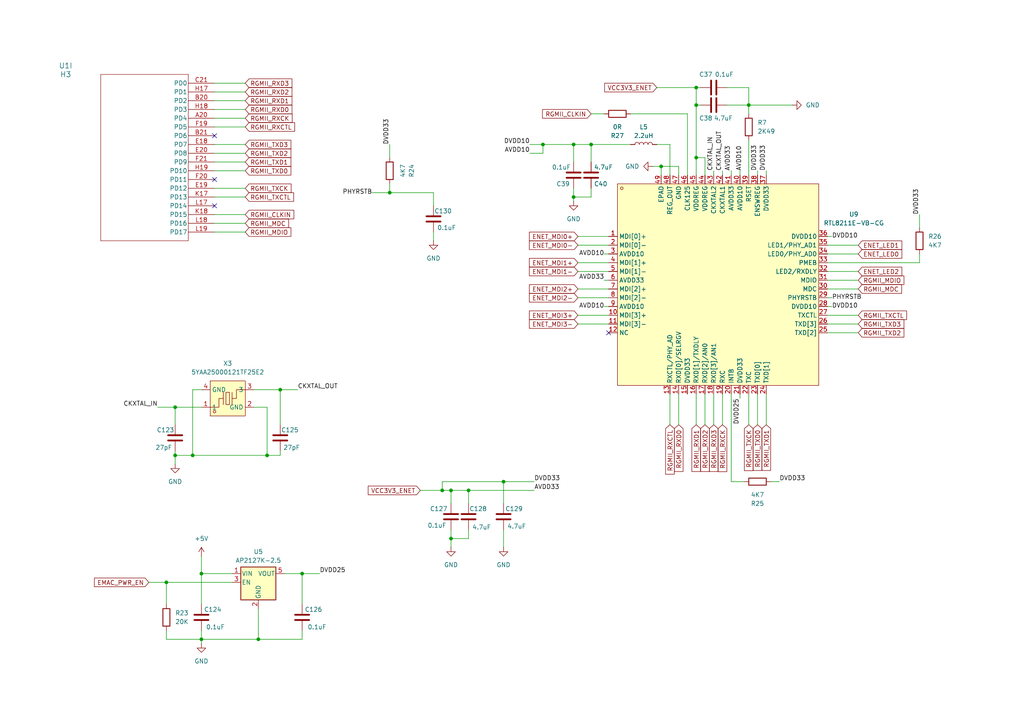
<source format=kicad_sch>
(kicad_sch (version 20250114) (generator "eeschema") (generator_version "9.0")
  (paper "A4")
  (junction (at 58.42 185.42))
  (junction (at 87.63 166.37))
  (junction (at 201.93 25.4))
  (junction (at 157.48 41.91))
  (junction (at 130.81 156.21))
  (junction (at 201.93 45.72))
  (junction (at 146.05 139.7))
  (junction (at 191.77 48.26))
  (junction (at 81.28 113.03))
  (junction (at 130.81 142.24))
  (junction (at 113.03 55.88))
  (junction (at 74.93 185.42))
  (junction (at 58.42 166.37))
  (junction (at 48.26 168.91))
  (junction (at 166.37 41.91))
  (junction (at 201.93 30.48))
  (junction (at 77.47 132.08))
  (junction (at 171.45 41.91))
  (junction (at 217.17 30.48))
  (junction (at 55.88 132.08))
  (junction (at 128.27 142.24))
  (junction (at 135.89 142.24))
  (junction (at 166.37 57.15))
  (junction (at 50.8 132.08))
  (junction (at 50.8 118.11))
  (no_connect (at 62.23 52.07))
  (no_connect (at 176.53 96.52))
  (no_connect (at 62.23 59.69))
  (no_connect (at 62.23 39.37))
  (wire (pts (xy 157.48 41.91) (xy 166.37 41.91)))
  (wire (pts (xy 62.23 36.83) (xy 71.12 36.83)))
  (wire (pts (xy 62.23 62.23) (xy 71.12 62.23)))
  (wire (pts (xy 50.8 132.08) (xy 55.88 132.08)))
  (wire (pts (xy 58.42 182.88) (xy 58.42 185.42)))
  (wire (pts (xy 240.03 91.44) (xy 248.92 91.44)))
  (wire (pts (xy 240.03 93.98) (xy 248.92 93.98)))
  (wire (pts (xy 171.45 57.15) (xy 166.37 57.15)))
  (wire (pts (xy 171.45 33.02) (xy 175.26 33.02)))
  (wire (pts (xy 62.23 24.13) (xy 71.12 24.13)))
  (wire (pts (xy 223.52 139.7) (xy 226.06 139.7)))
  (wire (pts (xy 207.01 114.3) (xy 207.01 123.19)))
  (wire (pts (xy 125.73 55.88) (xy 125.73 59.69)))
  (wire (pts (xy 166.37 41.91) (xy 166.37 46.99)))
  (wire (pts (xy 62.23 57.15) (xy 71.12 57.15)))
  (wire (pts (xy 176.53 76.2) (xy 167.64 76.2)))
  (wire (pts (xy 50.8 118.11) (xy 58.42 118.11)))
  (wire (pts (xy 240.03 73.66) (xy 248.92 73.66)))
  (wire (pts (xy 73.66 118.11) (xy 77.47 118.11)))
  (wire (pts (xy 130.81 153.67) (xy 130.81 156.21)))
  (wire (pts (xy 240.03 83.82) (xy 248.92 83.82)))
  (wire (pts (xy 166.37 57.15) (xy 166.37 58.42)))
  (wire (pts (xy 176.53 91.44) (xy 167.64 91.44)))
  (wire (pts (xy 153.67 41.91) (xy 157.48 41.91)))
  (wire (pts (xy 182.88 33.02) (xy 199.39 33.02)))
  (wire (pts (xy 130.81 142.24) (xy 130.81 146.05)))
  (wire (pts (xy 212.09 114.3) (xy 212.09 139.7)))
  (wire (pts (xy 62.23 64.77) (xy 71.12 64.77)))
  (wire (pts (xy 45.72 118.11) (xy 50.8 118.11)))
  (wire (pts (xy 209.55 114.3) (xy 209.55 123.19)))
  (wire (pts (xy 201.93 30.48) (xy 203.2 30.48)))
  (wire (pts (xy 74.93 176.53) (xy 74.93 185.42)))
  (wire (pts (xy 157.48 44.45) (xy 157.48 41.91)))
  (wire (pts (xy 199.39 33.02) (xy 199.39 50.8)))
  (wire (pts (xy 196.85 48.26) (xy 191.77 48.26)))
  (wire (pts (xy 210.82 25.4) (xy 217.17 25.4)))
  (wire (pts (xy 176.53 68.58) (xy 167.64 68.58)))
  (wire (pts (xy 240.03 86.36) (xy 241.3 86.36)))
  (wire (pts (xy 217.17 40.64) (xy 217.17 50.8)))
  (wire (pts (xy 240.03 81.28) (xy 248.92 81.28)))
  (wire (pts (xy 77.47 118.11) (xy 77.47 132.08)))
  (wire (pts (xy 171.45 54.61) (xy 171.45 57.15)))
  (wire (pts (xy 58.42 166.37) (xy 58.42 175.26)))
  (wire (pts (xy 87.63 166.37) (xy 87.63 175.26)))
  (wire (pts (xy 62.23 49.53) (xy 71.12 49.53)))
  (wire (pts (xy 204.47 114.3) (xy 204.47 123.19)))
  (wire (pts (xy 222.25 114.3) (xy 222.25 123.19)))
  (wire (pts (xy 130.81 156.21) (xy 130.81 158.75)))
  (wire (pts (xy 191.77 48.26) (xy 191.77 50.8)))
  (wire (pts (xy 240.03 71.12) (xy 248.92 71.12)))
  (wire (pts (xy 240.03 96.52) (xy 248.92 96.52)))
  (wire (pts (xy 121.92 142.24) (xy 128.27 142.24)))
  (wire (pts (xy 201.93 45.72) (xy 204.47 45.72)))
  (wire (pts (xy 176.53 71.12) (xy 167.64 71.12)))
  (wire (pts (xy 266.7 76.2) (xy 240.03 76.2)))
  (wire (pts (xy 107.95 55.88) (xy 113.03 55.88)))
  (wire (pts (xy 146.05 139.7) (xy 146.05 146.05)))
  (wire (pts (xy 87.63 166.37) (xy 92.71 166.37)))
  (wire (pts (xy 217.17 114.3) (xy 217.17 123.19)))
  (wire (pts (xy 48.26 168.91) (xy 43.18 168.91)))
  (wire (pts (xy 209.55 49.53) (xy 209.55 50.8)))
  (wire (pts (xy 113.03 55.88) (xy 125.73 55.88)))
  (wire (pts (xy 81.28 130.81) (xy 81.28 132.08)))
  (wire (pts (xy 214.63 114.3) (xy 214.63 115.57)))
  (wire (pts (xy 62.23 46.99) (xy 71.12 46.99)))
  (wire (pts (xy 229.87 30.48) (xy 217.17 30.48)))
  (wire (pts (xy 58.42 113.03) (xy 55.88 113.03)))
  (wire (pts (xy 196.85 114.3) (xy 196.85 123.19)))
  (wire (pts (xy 190.5 25.4) (xy 201.93 25.4)))
  (wire (pts (xy 196.85 50.8) (xy 196.85 48.26)))
  (wire (pts (xy 128.27 142.24) (xy 128.27 139.7)))
  (wire (pts (xy 194.31 50.8) (xy 194.31 41.91)))
  (wire (pts (xy 135.89 142.24) (xy 135.89 146.05)))
  (wire (pts (xy 194.31 114.3) (xy 194.31 123.19)))
  (wire (pts (xy 207.01 49.53) (xy 207.01 50.8)))
  (wire (pts (xy 135.89 142.24) (xy 154.94 142.24)))
  (wire (pts (xy 194.31 41.91) (xy 190.5 41.91)))
  (wire (pts (xy 62.23 26.67) (xy 71.12 26.67)))
  (wire (pts (xy 128.27 139.7) (xy 146.05 139.7)))
  (wire (pts (xy 87.63 185.42) (xy 74.93 185.42)))
  (wire (pts (xy 219.71 114.3) (xy 219.71 123.19)))
  (wire (pts (xy 214.63 49.53) (xy 214.63 50.8)))
  (wire (pts (xy 175.26 88.9) (xy 176.53 88.9)))
  (wire (pts (xy 82.55 166.37) (xy 87.63 166.37)))
  (wire (pts (xy 48.26 168.91) (xy 48.26 175.26)))
  (wire (pts (xy 48.26 182.88) (xy 48.26 185.42)))
  (wire (pts (xy 113.03 53.34) (xy 113.03 55.88)))
  (wire (pts (xy 58.42 161.29) (xy 58.42 166.37)))
  (wire (pts (xy 176.53 93.98) (xy 167.64 93.98)))
  (wire (pts (xy 50.8 118.11) (xy 50.8 123.19)))
  (wire (pts (xy 217.17 25.4) (xy 217.17 30.48)))
  (wire (pts (xy 128.27 142.24) (xy 130.81 142.24)))
  (wire (pts (xy 166.37 54.61) (xy 166.37 57.15)))
  (wire (pts (xy 217.17 30.48) (xy 217.17 33.02)))
  (wire (pts (xy 175.26 81.28) (xy 176.53 81.28)))
  (wire (pts (xy 266.7 62.23) (xy 266.7 66.04)))
  (wire (pts (xy 189.23 48.26) (xy 191.77 48.26)))
  (wire (pts (xy 73.66 113.03) (xy 81.28 113.03)))
  (wire (pts (xy 48.26 185.42) (xy 58.42 185.42)))
  (wire (pts (xy 58.42 166.37) (xy 67.31 166.37)))
  (wire (pts (xy 212.09 139.7) (xy 215.9 139.7)))
  (wire (pts (xy 87.63 182.88) (xy 87.63 185.42)))
  (wire (pts (xy 201.93 114.3) (xy 201.93 123.19)))
  (wire (pts (xy 62.23 44.45) (xy 71.12 44.45)))
  (wire (pts (xy 113.03 41.91) (xy 113.03 45.72)))
  (wire (pts (xy 146.05 153.67) (xy 146.05 158.75)))
  (wire (pts (xy 50.8 132.08) (xy 50.8 134.62)))
  (wire (pts (xy 241.3 68.58) (xy 240.03 68.58)))
  (wire (pts (xy 176.53 83.82) (xy 167.64 83.82)))
  (wire (pts (xy 74.93 185.42) (xy 58.42 185.42)))
  (wire (pts (xy 81.28 113.03) (xy 86.36 113.03)))
  (wire (pts (xy 182.88 41.91) (xy 171.45 41.91)))
  (wire (pts (xy 201.93 45.72) (xy 201.93 50.8)))
  (wire (pts (xy 204.47 50.8) (xy 204.47 45.72)))
  (wire (pts (xy 171.45 41.91) (xy 171.45 46.99)))
  (wire (pts (xy 62.23 67.31) (xy 71.12 67.31)))
  (wire (pts (xy 58.42 185.42) (xy 58.42 186.69)))
  (wire (pts (xy 240.03 78.74) (xy 248.92 78.74)))
  (wire (pts (xy 62.23 41.91) (xy 71.12 41.91)))
  (wire (pts (xy 153.67 44.45) (xy 157.48 44.45)))
  (wire (pts (xy 201.93 30.48) (xy 201.93 45.72)))
  (wire (pts (xy 67.31 168.91) (xy 48.26 168.91)))
  (wire (pts (xy 212.09 49.53) (xy 212.09 50.8)))
  (wire (pts (xy 222.25 49.53) (xy 222.25 50.8)))
  (wire (pts (xy 50.8 130.81) (xy 50.8 132.08)))
  (wire (pts (xy 266.7 73.66) (xy 266.7 76.2)))
  (wire (pts (xy 62.23 54.61) (xy 71.12 54.61)))
  (wire (pts (xy 55.88 113.03) (xy 55.88 132.08)))
  (wire (pts (xy 210.82 30.48) (xy 217.17 30.48)))
  (wire (pts (xy 175.26 73.66) (xy 176.53 73.66)))
  (wire (pts (xy 176.53 86.36) (xy 167.64 86.36)))
  (wire (pts (xy 201.93 25.4) (xy 203.2 25.4)))
  (wire (pts (xy 146.05 139.7) (xy 154.94 139.7)))
  (wire (pts (xy 176.53 78.74) (xy 167.64 78.74)))
  (wire (pts (xy 219.71 49.53) (xy 219.71 50.8)))
  (wire (pts (xy 135.89 153.67) (xy 135.89 156.21)))
  (wire (pts (xy 201.93 25.4) (xy 201.93 30.48)))
  (wire (pts (xy 81.28 113.03) (xy 81.28 123.19)))
  (wire (pts (xy 81.28 132.08) (xy 77.47 132.08)))
  (wire (pts (xy 130.81 142.24) (xy 135.89 142.24)))
  (wire (pts (xy 62.23 34.29) (xy 71.12 34.29)))
  (wire (pts (xy 62.23 29.21) (xy 71.12 29.21)))
  (wire (pts (xy 171.45 41.91) (xy 166.37 41.91)))
  (wire (pts (xy 55.88 132.08) (xy 77.47 132.08)))
  (wire (pts (xy 135.89 156.21) (xy 130.81 156.21)))
  (wire (pts (xy 62.23 31.75) (xy 71.12 31.75)))
  (wire (pts (xy 125.73 67.31) (xy 125.73 69.85)))
  (wire (pts (xy 241.3 88.9) (xy 240.03 88.9)))
  (label "DVDD25" (at 214.63 115.57 270))
  (label "DVDD10" (at 241.3 68.58 0))
  (label "PHYRSTB" (at 241.3 86.36 0))
  (label "DVDD33" (at 113.03 41.91 90))
  (label "AVDD10" (at 175.26 73.66 180))
  (label "CKXTAL_IN" (at 45.72 118.11 180))
  (label "AVDD10" (at 214.63 49.53 90))
  (label "AVDD33" (at 212.09 49.53 90))
  (label "PHYRSTB" (at 107.95 55.88 180))
  (label "CKXTAL_OUT" (at 209.55 49.53 90))
  (label "CKXTAL_OUT" (at 86.36 113.03 0))
  (label "DVDD10" (at 153.67 41.91 180))
  (label "AVDD10" (at 175.26 88.9 180))
  (label "DVDD33" (at 226.06 139.7 0))
  (label "AVDD33" (at 154.94 142.24 0))
  (label "DVDD25" (at 92.71 166.37 0))
  (label "DVDD33" (at 154.94 139.7 0))
  (label "DVDD33" (at 219.71 49.53 90))
  (label "DVDD33" (at 266.7 62.23 90))
  (label "AVDD33" (at 175.26 81.28 180))
  (label "DVDD33" (at 222.25 49.53 90))
  (label "AVDD10" (at 153.67 44.45 180))
  (label "CKXTAL_IN" (at 207.01 49.53 90))
  (label "DVDD10" (at 241.3 88.9 0))
  (global_label "ENET_MDI3-" (shape input) (at 167.64 93.98 180) (property "Intersheetrefs" "${INTERSHEET_REFS}" (effects (hide yes))))
  (global_label "RGMII_RXD3" (shape input) (at 207.01 123.19 270) (property "Intersheetrefs" "${INTERSHEET_REFS}" (effects (hide yes))))
  (global_label "ENET_MDI0+" (shape input) (at 167.64 68.58 180) (property "Intersheetrefs" "${INTERSHEET_REFS}" (effects (hide yes))))
  (global_label "RGMII_MDIO" (shape input) (at 71.12 67.31 0) (property "Intersheetrefs" "${INTERSHEET_REFS}" (effects (hide yes))))
  (global_label "RGMII_MDC" (shape input) (at 248.92 83.82 0) (property "Intersheetrefs" "${INTERSHEET_REFS}" (effects (hide yes))))
  (global_label "RGMII_RXD2" (shape input) (at 204.47 123.19 270) (property "Intersheetrefs" "${INTERSHEET_REFS}" (effects (hide yes))))
  (global_label "RGMII_TXD2" (shape input) (at 248.92 96.52 0) (property "Intersheetrefs" "${INTERSHEET_REFS}" (effects (hide yes))))
  (global_label "ENET_LED0" (shape input) (at 248.92 73.66 0) (property "Intersheetrefs" "${INTERSHEET_REFS}" (effects (hide yes))))
  (global_label "RGMII_RXCK" (shape input) (at 71.12 34.29 0) (property "Intersheetrefs" "${INTERSHEET_REFS}" (effects (hide yes))))
  (global_label "RGMII_TXCTL" (shape input) (at 71.12 57.15 0) (property "Intersheetrefs" "${INTERSHEET_REFS}" (effects (hide yes))))
  (global_label "RGMII_TXD1" (shape input) (at 222.25 123.19 270) (property "Intersheetrefs" "${INTERSHEET_REFS}" (effects (hide yes))))
  (global_label "VCC3V3_ENET" (shape input) (at 190.5 25.4 180) (property "Intersheetrefs" "${INTERSHEET_REFS}" (effects (hide yes))))
  (global_label "RGMII_MDIO" (shape input) (at 248.92 81.28 0) (property "Intersheetrefs" "${INTERSHEET_REFS}" (effects (hide yes))))
  (global_label "RGMII_TXD0" (shape input) (at 219.71 123.19 270) (property "Intersheetrefs" "${INTERSHEET_REFS}" (effects (hide yes))))
  (global_label "ENET_MDI1+" (shape input) (at 167.64 76.2 180) (property "Intersheetrefs" "${INTERSHEET_REFS}" (effects (hide yes))))
  (global_label "VCC3V3_ENET" (shape input) (at 121.92 142.24 180) (property "Intersheetrefs" "${INTERSHEET_REFS}" (effects (hide yes))))
  (global_label "RGMII_RXD2" (shape input) (at 71.12 26.67 0) (property "Intersheetrefs" "${INTERSHEET_REFS}" (effects (hide yes))))
  (global_label "RGMII_RXCK" (shape input) (at 209.55 123.19 270) (property "Intersheetrefs" "${INTERSHEET_REFS}" (effects (hide yes))))
  (global_label "RGMII_RXD1" (shape input) (at 71.12 29.21 0) (property "Intersheetrefs" "${INTERSHEET_REFS}" (effects (hide yes))))
  (global_label "ENET_LED1" (shape input) (at 248.92 71.12 0) (property "Intersheetrefs" "${INTERSHEET_REFS}" (effects (hide yes))))
  (global_label "ENET_LED2" (shape input) (at 248.92 78.74 0) (property "Intersheetrefs" "${INTERSHEET_REFS}" (effects (hide yes))))
  (global_label "RGMII_RXCTL" (shape input) (at 71.12 36.83 0) (property "Intersheetrefs" "${INTERSHEET_REFS}" (effects (hide yes))))
  (global_label "RGMII_CLKIN" (shape input) (at 171.45 33.02 180) (property "Intersheetrefs" "${INTERSHEET_REFS}" (effects (hide yes))))
  (global_label "RGMII_TXCK" (shape input) (at 71.12 54.61 0) (property "Intersheetrefs" "${INTERSHEET_REFS}" (effects (hide yes))))
  (global_label "RGMII_CLKIN" (shape input) (at 71.12 62.23 0) (property "Intersheetrefs" "${INTERSHEET_REFS}" (effects (hide yes))))
  (global_label "RGMII_TXD3" (shape input) (at 71.12 41.91 0) (property "Intersheetrefs" "${INTERSHEET_REFS}" (effects (hide yes))))
  (global_label "ENET_MDI2-" (shape input) (at 167.64 86.36 180) (property "Intersheetrefs" "${INTERSHEET_REFS}" (effects (hide yes))))
  (global_label "RGMII_TXD3" (shape input) (at 248.92 93.98 0) (property "Intersheetrefs" "${INTERSHEET_REFS}" (effects (hide yes))))
  (global_label "RGMII_TXD2" (shape input) (at 71.12 44.45 0) (property "Intersheetrefs" "${INTERSHEET_REFS}" (effects (hide yes))))
  (global_label "RGMII_RXD1" (shape input) (at 201.93 123.19 270) (property "Intersheetrefs" "${INTERSHEET_REFS}" (effects (hide yes))))
  (global_label "RGMII_RXCTL" (shape input) (at 194.31 123.19 270) (property "Intersheetrefs" "${INTERSHEET_REFS}" (effects (hide yes))))
  (global_label "EMAC_PWR_EN" (shape input) (at 43.18 168.91 180) (property "Intersheetrefs" "${INTERSHEET_REFS}" (effects (hide yes))))
  (global_label "RGMII_TXCK" (shape input) (at 217.17 123.19 270) (property "Intersheetrefs" "${INTERSHEET_REFS}" (effects (hide yes))))
  (global_label "ENET_MDI1-" (shape input) (at 167.64 78.74 180) (property "Intersheetrefs" "${INTERSHEET_REFS}" (effects (hide yes))))
  (global_label "RGMII_TXD0" (shape input) (at 71.12 49.53 0) (property "Intersheetrefs" "${INTERSHEET_REFS}" (effects (hide yes))))
  (global_label "ENET_MDI0-" (shape input) (at 167.64 71.12 180) (property "Intersheetrefs" "${INTERSHEET_REFS}" (effects (hide yes))))
  (global_label "ENET_MDI2+" (shape input) (at 167.64 83.82 180) (property "Intersheetrefs" "${INTERSHEET_REFS}" (effects (hide yes))))
  (global_label "RGMII_RXD3" (shape input) (at 71.12 24.13 0) (property "Intersheetrefs" "${INTERSHEET_REFS}" (effects (hide yes))))
  (global_label "RGMII_RXD0" (shape input) (at 71.12 31.75 0) (property "Intersheetrefs" "${INTERSHEET_REFS}" (effects (hide yes))))
  (global_label "RGMII_RXD0" (shape input) (at 196.85 123.19 270) (property "Intersheetrefs" "${INTERSHEET_REFS}" (effects (hide yes))))
  (global_label "RGMII_MDC" (shape input) (at 71.12 64.77 0) (property "Intersheetrefs" "${INTERSHEET_REFS}" (effects (hide yes))))
  (global_label "ENET_MDI3+" (shape input) (at 167.64 91.44 180) (property "Intersheetrefs" "${INTERSHEET_REFS}" (effects (hide yes))))
  (global_label "RGMII_TXCTL" (shape input) (at 248.92 91.44 0) (property "Intersheetrefs" "${INTERSHEET_REFS}" (effects (hide yes))))
  (global_label "RGMII_TXD1" (shape input) (at 71.12 46.99 0) (property "Intersheetrefs" "${INTERSHEET_REFS}" (effects (hide yes))))
  (symbol (lib_id "Regulator_Linear:AP2127K-2.5") (at 74.93 168.91 0) (unit 1)
    (property "Reference" "U5" (at 74.93 160.02 0))
    (property "Value" "AP2127K-2.5" (at 74.93 162.56 0))
    (property "Footprint" "Package_TO_SOT_SMD:SOT-23-5" (effects (hide yes)))
    (property "Datasheet" "https://www.diodes.com/assets/Datasheets/AP2127.pdf" (effects (hide yes)))
    (property "Description" "300mA low dropout linear regulator, shutdown pin, 2.5V-6V input voltage, 2.5V fixed positive output, SOT-23-5" (effects (hide yes)))
  )
  (symbol (lib_id "power:GND") (at 125.73 69.85 0) (unit 1)
    (property "Reference" "#PWR0102" (effects (hide yes)))
    (property "Value" "GND" (at 125.73 74.93 0))
    (property "Description" "Power symbol creates a global label with name \"GND\" , ground" (effects (hide yes)))
  )
  (symbol (lib_id "easyeda2kicad:5YAA25000121TF25E2") (at 66.04 115.57 0) (unit 1)
    (property "Reference" "X3" (at 66.04 105.41 0))
    (property "Value" "5YAA25000121TF25E2" (at 66.04 107.95 0))
    (property "Footprint" "easyeda2kicad:CRYSTAL-SMD_4P-L3.2-W2.5-BL" (effects (hide yes)))
    (property "LCSC Part" "C3003239" (effects (hide yes)))
  )
  (symbol (lib_id "Device:R") (at 219.71 139.7 90) (mirror x) (unit 1)
    (property "Reference" "R25" (at 219.71 146.05 90))
    (property "Value" "4K7" (at 219.71 143.51 90))
    (property "Footprint" "Resistor_SMD:R_0402_1005Metric" (effects (hide yes)))
    (property "Description" "Resistor" (effects (hide yes)))
  )
  (symbol (lib_id "2024-11-20_05-40-34:H3") (at -3.81 29.21 0) (unit 9)
    (property "Reference" "U1" (at 19.05 19.05 0) (effects (font (size 1.524 1.524))))
    (property "Value" "H3" (at 19.05 21.59 0) (effects (font (size 1.524 1.524))))
    (property "Datasheet" "https://dl.linux-sunxi.org/H3/Allwinner_H3_Datasheet_V1.0.pdf" (effects (hide yes)))
  )
  (symbol (lib_id "Device:C") (at 166.37 50.8 180) (unit 1)
    (property "Reference" "C39" (at 163.322 53.34 0))
    (property "Value" "0.1uF" (at 162.814 48.514 0))
    (property "Footprint" "Capacitor_SMD:C_0603_1608Metric" (effects (hide yes)))
    (property "Description" "Unpolarized capacitor" (effects (hide yes)))
  )
  (symbol (lib_id "Device:R") (at 179.07 33.02 90) (mirror x) (unit 1)
    (property "Reference" "R27" (at 179.07 39.37 90))
    (property "Value" "0R" (at 179.07 36.83 90))
    (property "Footprint" "Resistor_SMD:R_0402_1005Metric" (effects (hide yes)))
    (property "Description" "Resistor" (effects (hide yes)))
  )
  (symbol (lib_id "power:GND") (at 146.05 158.75 0) (unit 1)
    (property "Reference" "#PWR0101" (effects (hide yes)))
    (property "Value" "GND" (at 146.05 163.83 0))
    (property "Description" "Power symbol creates a global label with name \"GND\" , ground" (effects (hide yes)))
  )
  (symbol (lib_id "Device:C") (at 207.01 25.4 90) (unit 1)
    (property "Reference" "C37" (at 204.724 21.59 90))
    (property "Value" "0.1uF" (at 210.058 21.59 90))
    (property "Footprint" "Capacitor_SMD:C_0603_1608Metric" (effects (hide yes)))
    (property "Description" "Unpolarized capacitor" (effects (hide yes)))
  )
  (symbol (lib_id "power:GND") (at 58.42 186.69 0) (unit 1)
    (property "Reference" "#PWR099" (effects (hide yes)))
    (property "Value" "GND" (at 58.42 191.77 0))
    (property "Description" "Power symbol creates a global label with name \"GND\" , ground" (effects (hide yes)))
  )
  (symbol (lib_id "power:GND") (at 50.8 134.62 0) (unit 1)
    (property "Reference" "#PWR097" (effects (hide yes)))
    (property "Value" "GND" (at 50.8 139.7 0))
    (property "Description" "Power symbol creates a global label with name \"GND\" , ground" (effects (hide yes)))
  )
  (symbol (lib_id "Device:R") (at 48.26 179.07 0) (unit 1)
    (property "Reference" "R23" (at 50.8 177.7999 0) (effects (justify left)))
    (property "Value" "20K" (at 50.8 180.3399 0) (effects (justify left)))
    (property "Footprint" "Resistor_SMD:R_0402_1005Metric" (effects (hide yes)))
    (property "Description" "Resistor" (effects (hide yes)))
  )
  (symbol (lib_id "power:GND") (at 166.37 58.42 0) (unit 1)
    (property "Reference" "#PWR055" (effects (hide yes)))
    (property "Value" "GND" (at 166.37 63.5 0))
    (property "Description" "Power symbol creates a global label with name \"GND\" , ground" (effects (hide yes)))
  )
  (symbol (lib_id "Device:C") (at 125.73 63.5 180) (unit 1)
    (property "Reference" "C130" (at 128.524 61.214 0))
    (property "Value" "0.1uF" (at 129.54 66.04 0))
    (property "Footprint" "Capacitor_SMD:C_0603_1608Metric" (effects (hide yes)))
    (property "Description" "Unpolarized capacitor" (effects (hide yes)))
  )
  (symbol (lib_id "easyeda2kicad:RTL8211E-VB-CG") (at 208.28 82.55 0) (unit 1)
    (property "Reference" "U9" (at 247.65 62.1598 0))
    (property "Value" "RTL8211E-VB-CG" (at 247.65 64.6998 0))
    (property "Footprint" "easyeda2kicad:QFN-48_L6.0-W6.0-P0.40-BL-EP3.8" (effects (hide yes)))
    (property "Datasheet" "https://lcsc.com/product-detail/_REALTEK_RTL8211E-VB-CG_RTL8211E-VB-CG_C90735.html" (effects (hide yes)))
    (property "LCSC Part" "C90735" (effects (hide yes)))
  )
  (symbol (lib_id "Device:C") (at 171.45 50.8 0) (mirror x) (unit 1)
    (property "Reference" "C40" (at 174.244 53.34 0))
    (property "Value" "4.7uF" (at 175.006 48.514 0))
    (property "Footprint" "Capacitor_SMD:C_0603_1608Metric" (effects (hide yes)))
    (property "Description" "Unpolarized capacitor" (effects (hide yes)))
  )
  (symbol (lib_id "Device:C") (at 130.81 149.86 180) (unit 1)
    (property "Reference" "C127" (at 127.254 147.574 0))
    (property "Value" "0.1uF" (at 126.746 152.4 0))
    (property "Footprint" "Capacitor_SMD:C_0603_1608Metric" (effects (hide yes)))
    (property "Description" "Unpolarized capacitor" (effects (hide yes)))
  )
  (symbol (lib_id "power:GND") (at 229.87 30.48 90) (unit 1)
    (property "Reference" "#PWR054" (effects (hide yes)))
    (property "Value" "GND" (at 233.68 30.4799 90) (effects (justify right)))
    (property "Description" "Power symbol creates a global label with name \"GND\" , ground" (effects (hide yes)))
  )
  (symbol (lib_id "Device:R") (at 266.7 69.85 0) (unit 1)
    (property "Reference" "R26" (at 269.24 68.5799 0) (effects (justify left)))
    (property "Value" "4K7" (at 269.24 71.1199 0) (effects (justify left)))
    (property "Footprint" "Resistor_SMD:R_0402_1005Metric" (effects (hide yes)))
    (property "Description" "Resistor" (effects (hide yes)))
  )
  (symbol (lib_id "Device:C") (at 87.63 179.07 180) (unit 1)
    (property "Reference" "C126" (at 90.932 176.784 0))
    (property "Value" "0.1uF" (at 91.948 181.864 0))
    (property "Footprint" "Capacitor_SMD:C_0603_1608Metric" (effects (hide yes)))
    (property "Description" "Unpolarized capacitor" (effects (hide yes)))
  )
  (symbol (lib_id "power:GND") (at 189.23 48.26 270) (unit 1)
    (property "Reference" "#PWR053" (effects (hide yes)))
    (property "Value" "GND" (at 185.42 48.2599 90) (effects (justify right)))
    (property "Description" "Power symbol creates a global label with name \"GND\" , ground" (effects (hide yes)))
  )
  (symbol (lib_id "Device:R") (at 217.17 36.83 0) (unit 1)
    (property "Reference" "R7" (at 219.71 35.5599 0) (effects (justify left)))
    (property "Value" "2K49" (at 219.71 38.0999 0) (effects (justify left)))
    (property "Footprint" "Resistor_SMD:R_0402_1005Metric" (effects (hide yes)))
    (property "Description" "Resistor" (effects (hide yes)))
  )
  (symbol (lib_id "Device:C") (at 81.28 127 0) (mirror x) (unit 1)
    (property "Reference" "C125" (at 84.074 124.714 0))
    (property "Value" "27pF" (at 84.582 129.794 0))
    (property "Footprint" "Capacitor_SMD:C_0402_1005Metric" (effects (hide yes)))
    (property "Description" "Unpolarized capacitor" (effects (hide yes)))
  )
  (symbol (lib_id "power:GND") (at 130.81 158.75 0) (unit 1)
    (property "Reference" "#PWR0100" (effects (hide yes)))
    (property "Value" "GND" (at 130.81 163.83 0))
    (property "Description" "Power symbol creates a global label with name \"GND\" , ground" (effects (hide yes)))
  )
  (symbol (lib_id "Device:L") (at 186.69 41.91 90) (unit 1)
    (property "Reference" "L5" (at 186.69 36.83 90))
    (property "Value" "2.2uH" (at 186.69 39.37 90))
    (property "Footprint" "Inductor_SMD:L_0402_1005Metric" (effects (hide yes)))
    (property "Description" "Inductor" (effects (hide yes)))
  )
  (symbol (lib_id "Device:C") (at 50.8 127 180) (unit 1)
    (property "Reference" "C123" (at 48.006 124.714 0))
    (property "Value" "27pF" (at 47.498 129.794 0))
    (property "Footprint" "Capacitor_SMD:C_0402_1005Metric" (effects (hide yes)))
    (property "Description" "Unpolarized capacitor" (effects (hide yes)))
  )
  (symbol (lib_id "Device:C") (at 58.42 179.07 180) (unit 1)
    (property "Reference" "C124" (at 61.722 176.784 0))
    (property "Value" "0.1uF" (at 62.484 181.864 0))
    (property "Footprint" "Capacitor_SMD:C_0603_1608Metric" (effects (hide yes)))
    (property "Description" "Unpolarized capacitor" (effects (hide yes)))
  )
  (symbol (lib_id "Device:C") (at 135.89 149.86 0) (mirror x) (unit 1)
    (property "Reference" "C128" (at 138.684 147.574 0))
    (property "Value" "4.7uF" (at 139.7 152.908 0))
    (property "Footprint" "Capacitor_SMD:C_0603_1608Metric" (effects (hide yes)))
    (property "Description" "Unpolarized capacitor" (effects (hide yes)))
  )
  (symbol (lib_id "power:+5V") (at 58.42 161.29 0) (unit 1)
    (property "Reference" "#PWR098" (effects (hide yes)))
    (property "Value" "+5V" (at 58.42 156.21 0))
    (property "Description" "Power symbol creates a global label with name \"+5V\"" (effects (hide yes)))
  )
  (symbol (lib_id "Device:C") (at 207.01 30.48 90) (mirror x) (unit 1)
    (property "Reference" "C38" (at 204.724 34.29 90))
    (property "Value" "4.7uF" (at 209.804 34.29 90))
    (property "Footprint" "Capacitor_SMD:C_0603_1608Metric" (effects (hide yes)))
    (property "Description" "Unpolarized capacitor" (effects (hide yes)))
  )
  (symbol (lib_id "Device:C") (at 146.05 149.86 0) (mirror x) (unit 1)
    (property "Reference" "C129" (at 149.098 147.574 0))
    (property "Value" "4.7uF" (at 149.86 152.654 0))
    (property "Footprint" "Capacitor_SMD:C_0603_1608Metric" (effects (hide yes)))
    (property "Description" "Unpolarized capacitor" (effects (hide yes)))
  )
  (symbol (lib_id "Device:R") (at 113.03 49.53 0) (mirror x) (unit 1)
    (property "Reference" "R24" (at 119.38 49.53 90))
    (property "Value" "4K7" (at 116.84 49.53 90))
    (property "Footprint" "Resistor_SMD:R_0402_1005Metric" (effects (hide yes)))
    (property "Description" "Resistor" (effects (hide yes)))
  )
)
</source>
